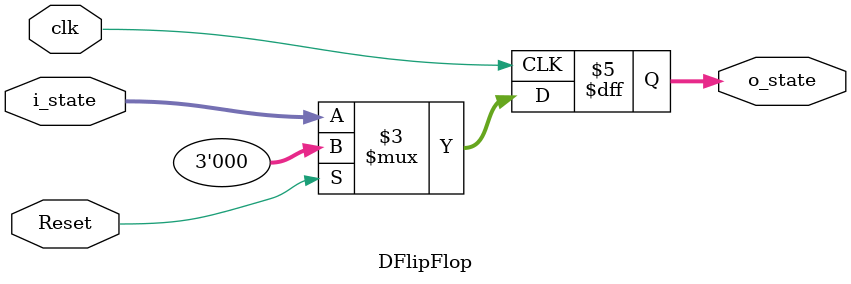
<source format=v>
`timescale 1ns / 1ps
module DFlipFlop(
    input [2:0]i_state,
    input Reset, clk,
    output reg[2:0]o_state
    );
    always @(posedge clk) begin//Ê±ÖÓÉÏÉýÑØ¸Ä±ä
         if (Reset) o_state = 3'b000;//resetÖØÖÃ×´Ì¬ÎªIF
         else o_state = i_state;
     end
endmodule
</source>
